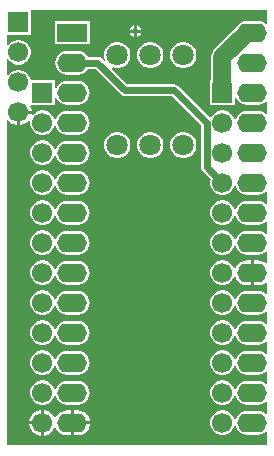
<source format=gbl>
G04*
G04 #@! TF.GenerationSoftware,Altium Limited,Altium Designer,21.0.9 (235)*
G04*
G04 Layer_Physical_Order=2*
G04 Layer_Color=16711680*
%FSLAX25Y25*%
%MOIN*%
G70*
G04*
G04 #@! TF.SameCoordinates,E712B7E2-4447-4AEC-BC64-13D1A33EA5FB*
G04*
G04*
G04 #@! TF.FilePolarity,Positive*
G04*
G01*
G75*
%ADD17C,0.05906*%
%ADD19C,0.02362*%
%ADD21R,0.06693X0.06693*%
%ADD22C,0.06693*%
%ADD23C,0.07087*%
%ADD24R,0.09843X0.06299*%
%ADD25O,0.09843X0.06299*%
%ADD26C,0.01968*%
G36*
X87980Y141537D02*
X87480Y141384D01*
X86757Y141939D01*
X85799Y142336D01*
X84772Y142471D01*
X81228D01*
X80201Y142336D01*
X79243Y141939D01*
X78420Y141308D01*
X77789Y140486D01*
X77726Y140333D01*
X70332Y132939D01*
X69733Y132158D01*
X69356Y131248D01*
X69228Y130272D01*
Y122634D01*
X68866D01*
Y114366D01*
X77134D01*
Y116790D01*
X77634Y116890D01*
X77789Y116515D01*
X78420Y115692D01*
X79243Y115061D01*
X80201Y114664D01*
X81228Y114529D01*
X84772D01*
X85799Y114664D01*
X86757Y115061D01*
X87480Y115616D01*
X87980Y115463D01*
Y111537D01*
X87480Y111384D01*
X86757Y111939D01*
X85799Y112336D01*
X84772Y112471D01*
X81228D01*
X80201Y112336D01*
X79243Y111939D01*
X78420Y111308D01*
X77789Y110485D01*
X77471Y109717D01*
X76944Y109752D01*
X76852Y110096D01*
X76308Y111038D01*
X75538Y111808D01*
X74596Y112352D01*
X73544Y112634D01*
X72456D01*
X71404Y112352D01*
X70462Y111808D01*
X69692Y111038D01*
X69321Y110396D01*
X68709Y110301D01*
X58255Y120755D01*
X57604Y121190D01*
X56836Y121343D01*
X41310D01*
X36128Y126525D01*
X36216Y126718D01*
X36421Y126940D01*
X37430Y126669D01*
X38570D01*
X39672Y126964D01*
X40659Y127535D01*
X41465Y128341D01*
X42036Y129328D01*
X42331Y130430D01*
Y131570D01*
X42036Y132672D01*
X41465Y133659D01*
X40659Y134465D01*
X39672Y135036D01*
X38570Y135331D01*
X37430D01*
X36328Y135036D01*
X35341Y134465D01*
X34535Y133659D01*
X33964Y132672D01*
X33669Y131570D01*
Y130430D01*
X33940Y129420D01*
X33718Y129216D01*
X33525Y129128D01*
X32734Y129919D01*
X32083Y130354D01*
X31315Y130507D01*
X28194D01*
X27580Y131308D01*
X26757Y131939D01*
X25799Y132336D01*
X24772Y132471D01*
X21228D01*
X20201Y132336D01*
X19243Y131939D01*
X18420Y131308D01*
X17789Y130485D01*
X17393Y129528D01*
X17257Y128500D01*
X17393Y127472D01*
X17789Y126514D01*
X18420Y125692D01*
X19243Y125061D01*
X20201Y124664D01*
X21228Y124529D01*
X24772D01*
X25799Y124664D01*
X26757Y125061D01*
X27580Y125692D01*
X28194Y126493D01*
X30483D01*
X39060Y117917D01*
X39711Y117482D01*
X40479Y117329D01*
X56004D01*
X65678Y107655D01*
Y93815D01*
X65831Y93047D01*
X66266Y92396D01*
X69025Y89637D01*
X68866Y89044D01*
Y87956D01*
X69148Y86904D01*
X69692Y85962D01*
X70462Y85192D01*
X71404Y84648D01*
X72456Y84366D01*
X73544D01*
X74596Y84648D01*
X75538Y85192D01*
X76308Y85962D01*
X76852Y86904D01*
X76944Y87248D01*
X77471Y87283D01*
X77789Y86515D01*
X78420Y85692D01*
X79243Y85061D01*
X80201Y84664D01*
X81228Y84529D01*
X84772D01*
X85799Y84664D01*
X86757Y85061D01*
X87480Y85616D01*
X87980Y85463D01*
Y81537D01*
X87480Y81384D01*
X86757Y81939D01*
X85799Y82336D01*
X84772Y82471D01*
X81228D01*
X80201Y82336D01*
X79243Y81939D01*
X78420Y81308D01*
X77789Y80485D01*
X77471Y79717D01*
X76944Y79752D01*
X76852Y80096D01*
X76308Y81038D01*
X75538Y81808D01*
X74596Y82352D01*
X73544Y82634D01*
X72456D01*
X71404Y82352D01*
X70462Y81808D01*
X69692Y81038D01*
X69148Y80096D01*
X68866Y79044D01*
Y77956D01*
X69148Y76904D01*
X69692Y75962D01*
X70462Y75192D01*
X71404Y74648D01*
X72456Y74366D01*
X73544D01*
X74596Y74648D01*
X75538Y75192D01*
X76308Y75962D01*
X76852Y76904D01*
X76944Y77248D01*
X77471Y77283D01*
X77789Y76515D01*
X78420Y75692D01*
X79243Y75061D01*
X80201Y74664D01*
X81228Y74529D01*
X84772D01*
X85799Y74664D01*
X86757Y75061D01*
X87480Y75616D01*
X87980Y75463D01*
X87981Y71537D01*
X87480Y71384D01*
X86757Y71939D01*
X85799Y72336D01*
X84772Y72471D01*
X81228D01*
X80201Y72336D01*
X79243Y71939D01*
X78420Y71308D01*
X77789Y70486D01*
X77471Y69717D01*
X76944Y69752D01*
X76852Y70096D01*
X76308Y71038D01*
X75538Y71808D01*
X74596Y72352D01*
X73544Y72634D01*
X72456D01*
X71404Y72352D01*
X70462Y71808D01*
X69692Y71038D01*
X69148Y70096D01*
X68866Y69044D01*
Y67956D01*
X69148Y66904D01*
X69692Y65962D01*
X70462Y65192D01*
X71404Y64648D01*
X72456Y64366D01*
X73544D01*
X74596Y64648D01*
X75538Y65192D01*
X76308Y65962D01*
X76852Y66904D01*
X76944Y67248D01*
X77471Y67283D01*
X77789Y66514D01*
X78420Y65692D01*
X79243Y65061D01*
X80201Y64664D01*
X81228Y64529D01*
X84772D01*
X85799Y64664D01*
X86757Y65061D01*
X87480Y65616D01*
X87981Y65463D01*
Y61898D01*
X87480Y61652D01*
X86864Y62125D01*
X85855Y62543D01*
X84772Y62685D01*
X83500D01*
Y58500D01*
Y54315D01*
X84772D01*
X85855Y54457D01*
X86864Y54875D01*
X87480Y55348D01*
X87981Y55102D01*
Y51537D01*
X87480Y51384D01*
X86757Y51939D01*
X85799Y52336D01*
X84772Y52471D01*
X81228D01*
X80201Y52336D01*
X79243Y51939D01*
X78420Y51308D01*
X77789Y50485D01*
X77471Y49717D01*
X76944Y49752D01*
X76852Y50096D01*
X76308Y51038D01*
X75538Y51808D01*
X74596Y52352D01*
X73544Y52634D01*
X72456D01*
X71404Y52352D01*
X70462Y51808D01*
X69692Y51038D01*
X69148Y50096D01*
X68866Y49044D01*
Y47956D01*
X69148Y46904D01*
X69692Y45962D01*
X70462Y45192D01*
X71404Y44648D01*
X72456Y44366D01*
X73544D01*
X74596Y44648D01*
X75538Y45192D01*
X76308Y45962D01*
X76852Y46904D01*
X76944Y47248D01*
X77471Y47283D01*
X77789Y46514D01*
X78420Y45692D01*
X79243Y45061D01*
X80201Y44664D01*
X81228Y44529D01*
X84772D01*
X85799Y44664D01*
X86757Y45061D01*
X87480Y45616D01*
X87981Y45463D01*
Y41537D01*
X87480Y41384D01*
X86757Y41939D01*
X85799Y42336D01*
X84772Y42471D01*
X81228D01*
X80201Y42336D01*
X79243Y41939D01*
X78420Y41308D01*
X77789Y40486D01*
X77471Y39717D01*
X76944Y39752D01*
X76852Y40096D01*
X76308Y41038D01*
X75538Y41808D01*
X74596Y42352D01*
X73544Y42634D01*
X72456D01*
X71404Y42352D01*
X70462Y41808D01*
X69692Y41038D01*
X69148Y40096D01*
X68866Y39044D01*
Y37956D01*
X69148Y36904D01*
X69692Y35962D01*
X70462Y35192D01*
X71404Y34648D01*
X72456Y34366D01*
X73544D01*
X74596Y34648D01*
X75538Y35192D01*
X76308Y35962D01*
X76852Y36904D01*
X76944Y37248D01*
X77471Y37283D01*
X77789Y36514D01*
X78420Y35692D01*
X79243Y35061D01*
X80201Y34664D01*
X81228Y34529D01*
X84772D01*
X85799Y34664D01*
X86757Y35061D01*
X87480Y35616D01*
X87981Y35463D01*
Y31537D01*
X87480Y31384D01*
X86757Y31939D01*
X85799Y32336D01*
X84772Y32471D01*
X81228D01*
X80201Y32336D01*
X79243Y31939D01*
X78420Y31308D01*
X77789Y30485D01*
X77471Y29717D01*
X76944Y29752D01*
X76852Y30096D01*
X76308Y31038D01*
X75538Y31808D01*
X74596Y32352D01*
X73544Y32634D01*
X72456D01*
X71404Y32352D01*
X70462Y31808D01*
X69692Y31038D01*
X69148Y30096D01*
X68866Y29044D01*
Y27956D01*
X69148Y26904D01*
X69692Y25962D01*
X70462Y25192D01*
X71404Y24648D01*
X72456Y24366D01*
X73544D01*
X74596Y24648D01*
X75538Y25192D01*
X76308Y25962D01*
X76852Y26904D01*
X76944Y27248D01*
X77471Y27283D01*
X77789Y26515D01*
X78420Y25692D01*
X79243Y25061D01*
X80201Y24664D01*
X81228Y24529D01*
X84772D01*
X85799Y24664D01*
X86757Y25061D01*
X87480Y25616D01*
X87981Y25463D01*
Y21537D01*
X87480Y21384D01*
X86757Y21939D01*
X85799Y22336D01*
X84772Y22471D01*
X81228D01*
X80201Y22336D01*
X79243Y21939D01*
X78420Y21308D01*
X77789Y20485D01*
X77471Y19717D01*
X76944Y19752D01*
X76852Y20096D01*
X76308Y21038D01*
X75538Y21808D01*
X74596Y22352D01*
X73544Y22634D01*
X72456D01*
X71404Y22352D01*
X70462Y21808D01*
X69692Y21038D01*
X69148Y20096D01*
X68866Y19044D01*
Y17956D01*
X69148Y16904D01*
X69692Y15962D01*
X70462Y15192D01*
X71404Y14648D01*
X72456Y14366D01*
X73544D01*
X74596Y14648D01*
X75538Y15192D01*
X76308Y15962D01*
X76852Y16904D01*
X76944Y17248D01*
X77471Y17283D01*
X77789Y16514D01*
X78420Y15692D01*
X79243Y15061D01*
X80201Y14664D01*
X81228Y14529D01*
X84772D01*
X85799Y14664D01*
X86757Y15061D01*
X87480Y15616D01*
X87981Y15463D01*
Y11537D01*
X87480Y11384D01*
X86757Y11939D01*
X85799Y12336D01*
X84772Y12471D01*
X81228D01*
X80201Y12336D01*
X79243Y11939D01*
X78420Y11308D01*
X77789Y10486D01*
X77471Y9717D01*
X76944Y9752D01*
X76852Y10096D01*
X76308Y11038D01*
X75538Y11808D01*
X74596Y12352D01*
X73544Y12634D01*
X72456D01*
X71404Y12352D01*
X70462Y11808D01*
X69692Y11038D01*
X69148Y10096D01*
X68866Y9044D01*
Y7956D01*
X69148Y6904D01*
X69692Y5962D01*
X70462Y5192D01*
X71404Y4648D01*
X72456Y4366D01*
X73544D01*
X74596Y4648D01*
X75538Y5192D01*
X76308Y5962D01*
X76852Y6904D01*
X76944Y7248D01*
X77471Y7283D01*
X77789Y6515D01*
X78420Y5692D01*
X79243Y5061D01*
X80201Y4664D01*
X81228Y4529D01*
X84772D01*
X85799Y4664D01*
X86757Y5061D01*
X87480Y5616D01*
X87981Y5463D01*
Y1020D01*
X1020D01*
X1020Y109236D01*
X1503Y109365D01*
X1522Y109331D01*
X2331Y108522D01*
X3322Y107950D01*
X4428Y107653D01*
X4500D01*
Y112000D01*
X5000D01*
Y112500D01*
X9346D01*
Y112572D01*
X9050Y113678D01*
X8941Y113866D01*
X9230Y114366D01*
X17134D01*
Y116790D01*
X17634Y116890D01*
X17789Y116515D01*
X18420Y115692D01*
X19243Y115061D01*
X20201Y114664D01*
X21228Y114529D01*
X24772D01*
X25799Y114664D01*
X26757Y115061D01*
X27580Y115692D01*
X28211Y116515D01*
X28607Y117472D01*
X28743Y118500D01*
X28607Y119528D01*
X28211Y120485D01*
X27580Y121308D01*
X26757Y121939D01*
X25799Y122336D01*
X24772Y122471D01*
X21228D01*
X20201Y122336D01*
X19243Y121939D01*
X18420Y121308D01*
X17789Y120485D01*
X17634Y120110D01*
X17134Y120210D01*
Y122634D01*
X9110D01*
X8852Y123596D01*
X8308Y124538D01*
X7538Y125308D01*
X6596Y125852D01*
X5544Y126134D01*
X4456D01*
X3404Y125852D01*
X2462Y125308D01*
X1692Y124538D01*
X1519Y124239D01*
X1020Y124373D01*
Y129627D01*
X1519Y129761D01*
X1692Y129462D01*
X2462Y128692D01*
X3404Y128148D01*
X4456Y127866D01*
X5544D01*
X6596Y128148D01*
X7538Y128692D01*
X8308Y129462D01*
X8852Y130404D01*
X9134Y131456D01*
Y132544D01*
X8852Y133596D01*
X8308Y134538D01*
X7538Y135308D01*
X6596Y135852D01*
X5544Y136134D01*
X4456D01*
X3404Y135852D01*
X2462Y135308D01*
X1692Y134538D01*
X1519Y134239D01*
X1020Y134373D01*
Y137866D01*
X9134D01*
Y145981D01*
X87980D01*
Y141537D01*
D02*
G37*
%LPC*%
G36*
X44500Y140941D02*
Y139500D01*
X45941D01*
X45682Y140124D01*
X45124Y140682D01*
X44500Y140941D01*
D02*
G37*
G36*
X43500D02*
X42876Y140682D01*
X42318Y140124D01*
X42059Y139500D01*
X43500D01*
Y140941D01*
D02*
G37*
G36*
X45941Y138500D02*
X44500D01*
Y137059D01*
X45124Y137318D01*
X45682Y137876D01*
X45941Y138500D01*
D02*
G37*
G36*
X43500D02*
X42059D01*
X42318Y137876D01*
X42876Y137318D01*
X43500Y137059D01*
Y138500D01*
D02*
G37*
G36*
X28709Y142437D02*
X17291D01*
Y134563D01*
X28709D01*
Y142437D01*
D02*
G37*
G36*
X60570Y135331D02*
X59430D01*
X58328Y135036D01*
X57341Y134465D01*
X56535Y133659D01*
X55964Y132672D01*
X55669Y131570D01*
Y130430D01*
X55964Y129328D01*
X56535Y128341D01*
X57341Y127535D01*
X58328Y126964D01*
X59430Y126669D01*
X60570D01*
X61672Y126964D01*
X62659Y127535D01*
X63465Y128341D01*
X64036Y129328D01*
X64331Y130430D01*
Y131570D01*
X64036Y132672D01*
X63465Y133659D01*
X62659Y134465D01*
X61672Y135036D01*
X60570Y135331D01*
D02*
G37*
G36*
X49570D02*
X48430D01*
X47328Y135036D01*
X46341Y134465D01*
X45535Y133659D01*
X44964Y132672D01*
X44669Y131570D01*
Y130430D01*
X44964Y129328D01*
X45535Y128341D01*
X46341Y127535D01*
X47328Y126964D01*
X48430Y126669D01*
X49570D01*
X50672Y126964D01*
X51659Y127535D01*
X52465Y128341D01*
X53036Y129328D01*
X53331Y130430D01*
Y131570D01*
X53036Y132672D01*
X52465Y133659D01*
X51659Y134465D01*
X50672Y135036D01*
X49570Y135331D01*
D02*
G37*
G36*
X13544Y112634D02*
X12456D01*
X11404Y112352D01*
X10462Y111808D01*
X9784Y111131D01*
X9334Y111380D01*
X9346Y111428D01*
Y111500D01*
X5500D01*
Y107653D01*
X5572D01*
X6678Y107950D01*
X7669Y108522D01*
X8406Y109259D01*
X8737Y109142D01*
X8867Y109047D01*
X8866Y109044D01*
Y107956D01*
X9148Y106904D01*
X9692Y105962D01*
X10462Y105192D01*
X11404Y104648D01*
X12456Y104366D01*
X13544D01*
X14596Y104648D01*
X15538Y105192D01*
X16308Y105962D01*
X16852Y106904D01*
X16944Y107248D01*
X17471Y107283D01*
X17789Y106515D01*
X18420Y105692D01*
X19243Y105061D01*
X20201Y104664D01*
X21228Y104529D01*
X24772D01*
X25799Y104664D01*
X26757Y105061D01*
X27580Y105692D01*
X28211Y106515D01*
X28607Y107472D01*
X28743Y108500D01*
X28607Y109528D01*
X28211Y110485D01*
X27580Y111308D01*
X26757Y111939D01*
X25799Y112336D01*
X24772Y112471D01*
X21228D01*
X20201Y112336D01*
X19243Y111939D01*
X18420Y111308D01*
X17789Y110485D01*
X17471Y109717D01*
X16944Y109752D01*
X16852Y110096D01*
X16308Y111038D01*
X15538Y111808D01*
X14596Y112352D01*
X13544Y112634D01*
D02*
G37*
G36*
X60570Y105331D02*
X59430D01*
X58328Y105036D01*
X57341Y104465D01*
X56535Y103659D01*
X55964Y102672D01*
X55669Y101570D01*
Y100430D01*
X55964Y99328D01*
X56535Y98341D01*
X57341Y97535D01*
X58328Y96964D01*
X59430Y96669D01*
X60570D01*
X61672Y96964D01*
X62659Y97535D01*
X63465Y98341D01*
X64036Y99328D01*
X64331Y100430D01*
Y101570D01*
X64036Y102672D01*
X63465Y103659D01*
X62659Y104465D01*
X61672Y105036D01*
X60570Y105331D01*
D02*
G37*
G36*
X49570D02*
X48430D01*
X47328Y105036D01*
X46341Y104465D01*
X45535Y103659D01*
X44964Y102672D01*
X44669Y101570D01*
Y100430D01*
X44964Y99328D01*
X45535Y98341D01*
X46341Y97535D01*
X47328Y96964D01*
X48430Y96669D01*
X49570D01*
X50672Y96964D01*
X51659Y97535D01*
X52465Y98341D01*
X53036Y99328D01*
X53331Y100430D01*
Y101570D01*
X53036Y102672D01*
X52465Y103659D01*
X51659Y104465D01*
X50672Y105036D01*
X49570Y105331D01*
D02*
G37*
G36*
X38570D02*
X37430D01*
X36328Y105036D01*
X35341Y104465D01*
X34535Y103659D01*
X33964Y102672D01*
X33669Y101570D01*
Y100430D01*
X33964Y99328D01*
X34535Y98341D01*
X35341Y97535D01*
X36328Y96964D01*
X37430Y96669D01*
X38570D01*
X39672Y96964D01*
X40659Y97535D01*
X41465Y98341D01*
X42036Y99328D01*
X42331Y100430D01*
Y101570D01*
X42036Y102672D01*
X41465Y103659D01*
X40659Y104465D01*
X39672Y105036D01*
X38570Y105331D01*
D02*
G37*
G36*
X13544Y102634D02*
X12456D01*
X11404Y102352D01*
X10462Y101808D01*
X9692Y101038D01*
X9148Y100096D01*
X8866Y99044D01*
Y97956D01*
X9148Y96904D01*
X9692Y95962D01*
X10462Y95192D01*
X11404Y94648D01*
X12456Y94366D01*
X13544D01*
X14596Y94648D01*
X15538Y95192D01*
X16308Y95962D01*
X16852Y96904D01*
X16944Y97248D01*
X17471Y97283D01*
X17789Y96514D01*
X18420Y95692D01*
X19243Y95061D01*
X20201Y94664D01*
X21228Y94529D01*
X24772D01*
X25799Y94664D01*
X26757Y95061D01*
X27580Y95692D01*
X28211Y96514D01*
X28607Y97472D01*
X28743Y98500D01*
X28607Y99528D01*
X28211Y100486D01*
X27580Y101308D01*
X26757Y101939D01*
X25799Y102336D01*
X24772Y102471D01*
X21228D01*
X20201Y102336D01*
X19243Y101939D01*
X18420Y101308D01*
X17789Y100486D01*
X17471Y99717D01*
X16944Y99752D01*
X16852Y100096D01*
X16308Y101038D01*
X15538Y101808D01*
X14596Y102352D01*
X13544Y102634D01*
D02*
G37*
G36*
Y92634D02*
X12456D01*
X11404Y92352D01*
X10462Y91808D01*
X9692Y91038D01*
X9148Y90096D01*
X8866Y89044D01*
Y87956D01*
X9148Y86904D01*
X9692Y85962D01*
X10462Y85192D01*
X11404Y84648D01*
X12456Y84366D01*
X13544D01*
X14596Y84648D01*
X15538Y85192D01*
X16308Y85962D01*
X16852Y86904D01*
X16944Y87248D01*
X17471Y87283D01*
X17789Y86515D01*
X18420Y85692D01*
X19243Y85061D01*
X20201Y84664D01*
X21228Y84529D01*
X24772D01*
X25799Y84664D01*
X26757Y85061D01*
X27580Y85692D01*
X28211Y86515D01*
X28607Y87472D01*
X28743Y88500D01*
X28607Y89528D01*
X28211Y90486D01*
X27580Y91308D01*
X26757Y91939D01*
X25799Y92336D01*
X24772Y92471D01*
X21228D01*
X20201Y92336D01*
X19243Y91939D01*
X18420Y91308D01*
X17789Y90486D01*
X17471Y89717D01*
X16944Y89752D01*
X16852Y90096D01*
X16308Y91038D01*
X15538Y91808D01*
X14596Y92352D01*
X13544Y92634D01*
D02*
G37*
G36*
Y82634D02*
X12456D01*
X11404Y82352D01*
X10462Y81808D01*
X9692Y81038D01*
X9148Y80096D01*
X8866Y79044D01*
Y77956D01*
X9148Y76904D01*
X9692Y75962D01*
X10462Y75192D01*
X11404Y74648D01*
X12456Y74366D01*
X13544D01*
X14596Y74648D01*
X15538Y75192D01*
X16308Y75962D01*
X16852Y76904D01*
X16944Y77248D01*
X17471Y77283D01*
X17789Y76515D01*
X18420Y75692D01*
X19243Y75061D01*
X20201Y74664D01*
X21228Y74529D01*
X24772D01*
X25799Y74664D01*
X26757Y75061D01*
X27580Y75692D01*
X28211Y76515D01*
X28607Y77472D01*
X28743Y78500D01*
X28607Y79528D01*
X28211Y80485D01*
X27580Y81308D01*
X26757Y81939D01*
X25799Y82336D01*
X24772Y82471D01*
X21228D01*
X20201Y82336D01*
X19243Y81939D01*
X18420Y81308D01*
X17789Y80485D01*
X17471Y79717D01*
X16944Y79752D01*
X16852Y80096D01*
X16308Y81038D01*
X15538Y81808D01*
X14596Y82352D01*
X13544Y82634D01*
D02*
G37*
G36*
Y72634D02*
X12456D01*
X11404Y72352D01*
X10462Y71808D01*
X9692Y71038D01*
X9148Y70096D01*
X8866Y69044D01*
Y67956D01*
X9148Y66904D01*
X9692Y65962D01*
X10462Y65192D01*
X11404Y64648D01*
X12456Y64366D01*
X13544D01*
X14596Y64648D01*
X15538Y65192D01*
X16308Y65962D01*
X16852Y66904D01*
X16944Y67248D01*
X17471Y67283D01*
X17789Y66514D01*
X18420Y65692D01*
X19243Y65061D01*
X20201Y64664D01*
X21228Y64529D01*
X24772D01*
X25799Y64664D01*
X26757Y65061D01*
X27580Y65692D01*
X28211Y66514D01*
X28607Y67472D01*
X28743Y68500D01*
X28607Y69528D01*
X28211Y70486D01*
X27580Y71308D01*
X26757Y71939D01*
X25799Y72336D01*
X24772Y72471D01*
X21228D01*
X20201Y72336D01*
X19243Y71939D01*
X18420Y71308D01*
X17789Y70486D01*
X17471Y69717D01*
X16944Y69752D01*
X16852Y70096D01*
X16308Y71038D01*
X15538Y71808D01*
X14596Y72352D01*
X13544Y72634D01*
D02*
G37*
G36*
X82500Y62685D02*
X81228D01*
X80145Y62543D01*
X79136Y62125D01*
X78269Y61459D01*
X77604Y60593D01*
X77381Y60055D01*
X76854Y60089D01*
X76852Y60096D01*
X76308Y61038D01*
X75538Y61808D01*
X74596Y62352D01*
X73544Y62634D01*
X72456D01*
X71404Y62352D01*
X70462Y61808D01*
X69692Y61038D01*
X69148Y60096D01*
X68866Y59044D01*
Y57956D01*
X69148Y56904D01*
X69692Y55962D01*
X70462Y55192D01*
X71404Y54648D01*
X72456Y54366D01*
X73544D01*
X74596Y54648D01*
X75538Y55192D01*
X76308Y55962D01*
X76852Y56904D01*
X76854Y56911D01*
X77381Y56945D01*
X77604Y56407D01*
X78269Y55541D01*
X79136Y54875D01*
X80145Y54457D01*
X81228Y54315D01*
X82500D01*
Y58500D01*
Y62685D01*
D02*
G37*
G36*
X13544Y62634D02*
X12456D01*
X11404Y62352D01*
X10462Y61808D01*
X9692Y61038D01*
X9148Y60096D01*
X8866Y59044D01*
Y57956D01*
X9148Y56904D01*
X9692Y55962D01*
X10462Y55192D01*
X11404Y54648D01*
X12456Y54366D01*
X13544D01*
X14596Y54648D01*
X15538Y55192D01*
X16308Y55962D01*
X16852Y56904D01*
X16944Y57248D01*
X17471Y57283D01*
X17789Y56515D01*
X18420Y55692D01*
X19243Y55061D01*
X20201Y54664D01*
X21228Y54529D01*
X24772D01*
X25799Y54664D01*
X26757Y55061D01*
X27580Y55692D01*
X28211Y56515D01*
X28607Y57472D01*
X28743Y58500D01*
X28607Y59528D01*
X28211Y60486D01*
X27580Y61308D01*
X26757Y61939D01*
X25799Y62336D01*
X24772Y62471D01*
X21228D01*
X20201Y62336D01*
X19243Y61939D01*
X18420Y61308D01*
X17789Y60486D01*
X17471Y59717D01*
X16944Y59752D01*
X16852Y60096D01*
X16308Y61038D01*
X15538Y61808D01*
X14596Y62352D01*
X13544Y62634D01*
D02*
G37*
G36*
Y52634D02*
X12456D01*
X11404Y52352D01*
X10462Y51808D01*
X9692Y51038D01*
X9148Y50096D01*
X8866Y49044D01*
Y47956D01*
X9148Y46904D01*
X9692Y45962D01*
X10462Y45192D01*
X11404Y44648D01*
X12456Y44366D01*
X13544D01*
X14596Y44648D01*
X15538Y45192D01*
X16308Y45962D01*
X16852Y46904D01*
X16944Y47248D01*
X17471Y47283D01*
X17789Y46514D01*
X18420Y45692D01*
X19243Y45061D01*
X20201Y44664D01*
X21228Y44529D01*
X24772D01*
X25799Y44664D01*
X26757Y45061D01*
X27580Y45692D01*
X28211Y46514D01*
X28607Y47472D01*
X28743Y48500D01*
X28607Y49528D01*
X28211Y50485D01*
X27580Y51308D01*
X26757Y51939D01*
X25799Y52336D01*
X24772Y52471D01*
X21228D01*
X20201Y52336D01*
X19243Y51939D01*
X18420Y51308D01*
X17789Y50485D01*
X17471Y49717D01*
X16944Y49752D01*
X16852Y50096D01*
X16308Y51038D01*
X15538Y51808D01*
X14596Y52352D01*
X13544Y52634D01*
D02*
G37*
G36*
Y42634D02*
X12456D01*
X11404Y42352D01*
X10462Y41808D01*
X9692Y41038D01*
X9148Y40096D01*
X8866Y39044D01*
Y37956D01*
X9148Y36904D01*
X9692Y35962D01*
X10462Y35192D01*
X11404Y34648D01*
X12456Y34366D01*
X13544D01*
X14596Y34648D01*
X15538Y35192D01*
X16308Y35962D01*
X16852Y36904D01*
X16944Y37248D01*
X17471Y37283D01*
X17789Y36514D01*
X18420Y35692D01*
X19243Y35061D01*
X20201Y34664D01*
X21228Y34529D01*
X24772D01*
X25799Y34664D01*
X26757Y35061D01*
X27580Y35692D01*
X28211Y36514D01*
X28607Y37472D01*
X28743Y38500D01*
X28607Y39528D01*
X28211Y40486D01*
X27580Y41308D01*
X26757Y41939D01*
X25799Y42336D01*
X24772Y42471D01*
X21228D01*
X20201Y42336D01*
X19243Y41939D01*
X18420Y41308D01*
X17789Y40486D01*
X17471Y39717D01*
X16944Y39752D01*
X16852Y40096D01*
X16308Y41038D01*
X15538Y41808D01*
X14596Y42352D01*
X13544Y42634D01*
D02*
G37*
G36*
Y32634D02*
X12456D01*
X11404Y32352D01*
X10462Y31808D01*
X9692Y31038D01*
X9148Y30096D01*
X8866Y29044D01*
Y27956D01*
X9148Y26904D01*
X9692Y25962D01*
X10462Y25192D01*
X11404Y24648D01*
X12456Y24366D01*
X13544D01*
X14596Y24648D01*
X15538Y25192D01*
X16308Y25962D01*
X16852Y26904D01*
X16944Y27248D01*
X17471Y27283D01*
X17789Y26515D01*
X18420Y25692D01*
X19243Y25061D01*
X20201Y24664D01*
X21228Y24529D01*
X24772D01*
X25799Y24664D01*
X26757Y25061D01*
X27580Y25692D01*
X28211Y26515D01*
X28607Y27472D01*
X28743Y28500D01*
X28607Y29528D01*
X28211Y30485D01*
X27580Y31308D01*
X26757Y31939D01*
X25799Y32336D01*
X24772Y32471D01*
X21228D01*
X20201Y32336D01*
X19243Y31939D01*
X18420Y31308D01*
X17789Y30485D01*
X17471Y29717D01*
X16944Y29752D01*
X16852Y30096D01*
X16308Y31038D01*
X15538Y31808D01*
X14596Y32352D01*
X13544Y32634D01*
D02*
G37*
G36*
Y22634D02*
X12456D01*
X11404Y22352D01*
X10462Y21808D01*
X9692Y21038D01*
X9148Y20096D01*
X8866Y19044D01*
Y17956D01*
X9148Y16904D01*
X9692Y15962D01*
X10462Y15192D01*
X11404Y14648D01*
X12456Y14366D01*
X13544D01*
X14596Y14648D01*
X15538Y15192D01*
X16308Y15962D01*
X16852Y16904D01*
X16944Y17248D01*
X17471Y17283D01*
X17789Y16514D01*
X18420Y15692D01*
X19243Y15061D01*
X20201Y14664D01*
X21228Y14529D01*
X24772D01*
X25799Y14664D01*
X26757Y15061D01*
X27580Y15692D01*
X28211Y16514D01*
X28607Y17472D01*
X28743Y18500D01*
X28607Y19528D01*
X28211Y20485D01*
X27580Y21308D01*
X26757Y21939D01*
X25799Y22336D01*
X24772Y22471D01*
X21228D01*
X20201Y22336D01*
X19243Y21939D01*
X18420Y21308D01*
X17789Y20485D01*
X17471Y19717D01*
X16944Y19752D01*
X16852Y20096D01*
X16308Y21038D01*
X15538Y21808D01*
X14596Y22352D01*
X13544Y22634D01*
D02*
G37*
G36*
X24772Y12685D02*
X23500D01*
Y9000D01*
X28891D01*
X28814Y9583D01*
X28396Y10593D01*
X27731Y11460D01*
X26864Y12125D01*
X25855Y12543D01*
X24772Y12685D01*
D02*
G37*
G36*
X12500Y12846D02*
X12428D01*
X11322Y12550D01*
X10331Y11978D01*
X9522Y11169D01*
X8950Y10178D01*
X8653Y9072D01*
Y9000D01*
X12500D01*
Y12846D01*
D02*
G37*
G36*
X28891Y8000D02*
X23500D01*
Y4315D01*
X24772D01*
X25855Y4457D01*
X26864Y4875D01*
X27731Y5540D01*
X28396Y6407D01*
X28814Y7417D01*
X28891Y8000D01*
D02*
G37*
G36*
X13572Y12846D02*
X13500D01*
Y8500D01*
Y4154D01*
X13572D01*
X14678Y4450D01*
X15669Y5022D01*
X16478Y5831D01*
X16957Y6661D01*
X17496Y6668D01*
X17604Y6407D01*
X18269Y5540D01*
X19136Y4875D01*
X20145Y4457D01*
X21228Y4315D01*
X22500D01*
Y8500D01*
Y12685D01*
X21228D01*
X20145Y12543D01*
X19136Y12125D01*
X18269Y11460D01*
X17604Y10593D01*
X17496Y10332D01*
X16957Y10339D01*
X16478Y11169D01*
X15669Y11978D01*
X14678Y12550D01*
X13572Y12846D01*
D02*
G37*
G36*
X12500Y8000D02*
X8653D01*
Y7928D01*
X8950Y6822D01*
X9522Y5831D01*
X10331Y5022D01*
X11322Y4450D01*
X12428Y4154D01*
X12500D01*
Y8000D01*
D02*
G37*
%LPD*%
D17*
X73000Y118500D02*
Y130272D01*
X81228Y138500D01*
X83000D01*
D19*
X67685Y93815D02*
Y108487D01*
Y93815D02*
X73000Y88500D01*
X56836Y119336D02*
X67685Y108487D01*
X40479Y119336D02*
X56836D01*
X31315Y128500D02*
X40479Y119336D01*
X23000Y128500D02*
X31315D01*
D21*
X5000Y142000D02*
D03*
X13000Y118500D02*
D03*
X73000D02*
D03*
D22*
X5000Y132000D02*
D03*
Y122000D02*
D03*
Y112000D02*
D03*
X13000Y48500D02*
D03*
Y58500D02*
D03*
Y68500D02*
D03*
Y78500D02*
D03*
Y88500D02*
D03*
Y98500D02*
D03*
Y108500D02*
D03*
Y38500D02*
D03*
Y28500D02*
D03*
Y18500D02*
D03*
Y8500D02*
D03*
X73000Y48500D02*
D03*
Y58500D02*
D03*
Y68500D02*
D03*
Y78500D02*
D03*
Y88500D02*
D03*
Y98500D02*
D03*
Y108500D02*
D03*
Y38500D02*
D03*
Y28500D02*
D03*
Y18500D02*
D03*
Y8500D02*
D03*
D23*
X60000Y101000D02*
D03*
Y131000D02*
D03*
X38000Y101000D02*
D03*
Y131000D02*
D03*
X49000Y101000D02*
D03*
Y131000D02*
D03*
D24*
X23000Y138500D02*
D03*
D25*
Y128500D02*
D03*
Y118500D02*
D03*
Y108500D02*
D03*
Y98500D02*
D03*
Y88500D02*
D03*
Y78500D02*
D03*
Y68500D02*
D03*
Y58500D02*
D03*
Y48500D02*
D03*
Y38500D02*
D03*
Y28500D02*
D03*
Y18500D02*
D03*
Y8500D02*
D03*
X83000Y138500D02*
D03*
Y128500D02*
D03*
Y118500D02*
D03*
Y108500D02*
D03*
Y98500D02*
D03*
Y88500D02*
D03*
Y78500D02*
D03*
Y68500D02*
D03*
Y58500D02*
D03*
Y48500D02*
D03*
Y38500D02*
D03*
Y28500D02*
D03*
Y18500D02*
D03*
Y8500D02*
D03*
D26*
X44000Y139000D02*
D03*
M02*

</source>
